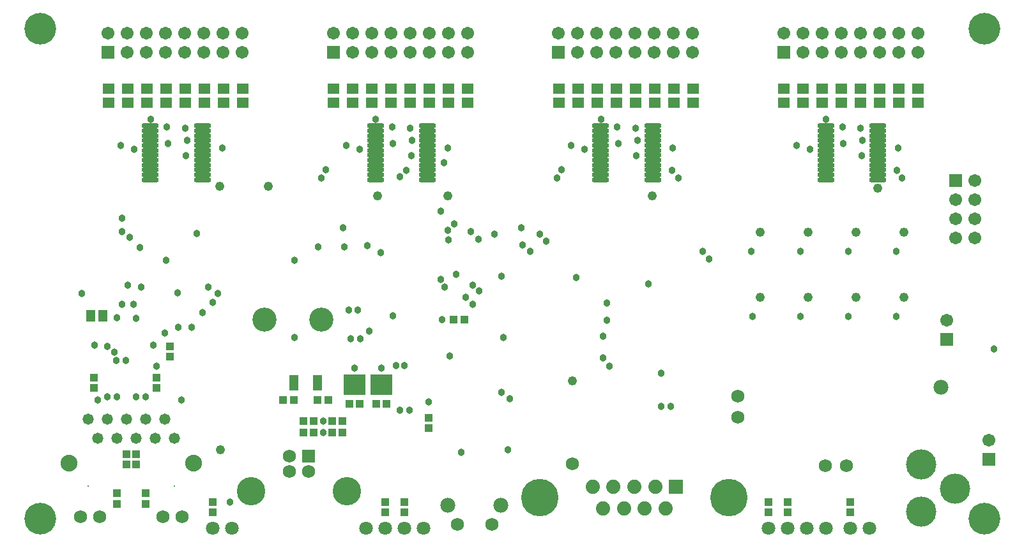
<source format=gbs>
%FSAX24Y24*%
%MOIN*%
G70*
G01*
G75*
G04 Layer_Color=16711935*
%ADD10R,0.0354X0.0315*%
%ADD11R,0.0315X0.0354*%
%ADD12R,0.0906X0.0906*%
%ADD13R,0.0472X0.0551*%
%ADD14O,0.0709X0.0118*%
%ADD15O,0.0118X0.0709*%
%ADD16R,0.0200X0.0591*%
%ADD17R,0.0551X0.0472*%
%ADD18R,0.0866X0.0866*%
%ADD19O,0.0236X0.0866*%
G04:AMPARAMS|DCode=20|XSize=74.8mil|YSize=126mil|CornerRadius=0mil|HoleSize=0mil|Usage=FLASHONLY|Rotation=180.000|XOffset=0mil|YOffset=0mil|HoleType=Round|Shape=Octagon|*
%AMOCTAGOND20*
4,1,8,0.0187,-0.0630,-0.0187,-0.0630,-0.0374,-0.0443,-0.0374,0.0443,-0.0187,0.0630,0.0187,0.0630,0.0374,0.0443,0.0374,-0.0443,0.0187,-0.0630,0.0*
%
%ADD20OCTAGOND20*%

%ADD21R,0.0236X0.0551*%
%ADD22R,0.0236X0.0709*%
%ADD23R,0.0400X0.1000*%
%ADD24R,0.1200X0.1450*%
%ADD25R,0.1000X0.0400*%
%ADD26R,0.0945X0.1220*%
%ADD27R,0.0866X0.0177*%
%ADD28R,0.0800X0.0250*%
%ADD29R,0.0472X0.0118*%
%ADD30R,0.0118X0.0472*%
%ADD31C,0.0100*%
%ADD32C,0.0200*%
%ADD33C,0.0150*%
%ADD34C,0.0250*%
%ADD35R,1.1300X0.1400*%
%ADD36R,0.1300X0.2500*%
%ADD37R,1.2150X0.1400*%
%ADD38R,0.2150X0.2800*%
%ADD39R,0.8800X0.1550*%
%ADD40R,0.1350X0.2500*%
%ADD41R,0.2750X0.0500*%
%ADD42R,0.3850X0.0850*%
%ADD43R,0.2650X0.1350*%
%ADD44R,0.0750X0.1300*%
%ADD45C,0.0300*%
%ADD46C,0.1181*%
%ADD47C,0.0400*%
%ADD48C,0.0600*%
%ADD49C,0.0591*%
%ADD50R,0.0591X0.0591*%
%ADD51C,0.0700*%
%ADD52C,0.0630*%
%ADD53C,0.1500*%
%ADD54R,0.0591X0.0591*%
%ADD55C,0.0800*%
%ADD56C,0.0500*%
%ADD57C,0.1400*%
%ADD58R,0.0600X0.0600*%
%ADD59C,0.1874*%
%ADD60R,0.0665X0.0665*%
%ADD61C,0.0665*%
%ADD62C,0.1575*%
%ADD63R,0.0394X0.0512*%
%ADD64R,0.0394X0.0709*%
%ADD65R,0.1100X0.1000*%
%ADD66O,0.0827X0.0177*%
%ADD67R,0.3750X0.0850*%
%ADD68C,0.0098*%
%ADD69C,0.0236*%
%ADD70C,0.0039*%
%ADD71C,0.0050*%
%ADD72C,0.0079*%
%ADD73C,0.0059*%
%ADD74R,0.0434X0.0395*%
%ADD75R,0.0395X0.0434*%
%ADD76R,0.0986X0.0986*%
%ADD77R,0.0552X0.0631*%
%ADD78O,0.0789X0.0198*%
%ADD79O,0.0198X0.0789*%
%ADD80R,0.0280X0.0671*%
%ADD81R,0.0631X0.0552*%
%ADD82O,0.0316X0.0946*%
G04:AMPARAMS|DCode=83|XSize=82.8mil|YSize=134mil|CornerRadius=0mil|HoleSize=0mil|Usage=FLASHONLY|Rotation=180.000|XOffset=0mil|YOffset=0mil|HoleType=Round|Shape=Octagon|*
%AMOCTAGOND83*
4,1,8,0.0207,-0.0670,-0.0207,-0.0670,-0.0414,-0.0463,-0.0414,0.0463,-0.0207,0.0670,0.0207,0.0670,0.0414,0.0463,0.0414,-0.0463,0.0207,-0.0670,0.0*
%
%ADD83OCTAGOND83*%

%ADD84R,0.0316X0.0631*%
%ADD85R,0.0316X0.0789*%
%ADD86R,0.0480X0.1080*%
%ADD87R,0.1280X0.1530*%
%ADD88R,0.1080X0.0480*%
%ADD89R,0.1025X0.1300*%
%ADD90R,0.0946X0.0257*%
%ADD91R,0.0880X0.0330*%
%ADD92R,0.0552X0.0198*%
%ADD93R,0.0198X0.0552*%
%ADD94C,0.0380*%
%ADD95C,0.1261*%
%ADD96C,0.0480*%
%ADD97C,0.0680*%
%ADD98C,0.0671*%
%ADD99R,0.0671X0.0671*%
%ADD100C,0.0780*%
%ADD101C,0.0710*%
%ADD102C,0.1580*%
%ADD103R,0.0671X0.0671*%
%ADD104C,0.0080*%
%ADD105C,0.0880*%
%ADD106C,0.0580*%
%ADD107C,0.1480*%
%ADD108R,0.0680X0.0680*%
%ADD109C,0.1954*%
%ADD110R,0.0745X0.0745*%
%ADD111C,0.0745*%
%ADD112C,0.1655*%
%ADD113R,0.0474X0.0592*%
%ADD114R,0.0474X0.0789*%
%ADD115R,0.1180X0.1080*%
%ADD116O,0.0907X0.0257*%
D74*
X020550Y024474D02*
D03*
Y025026D02*
D03*
X017300Y024474D02*
D03*
Y025026D02*
D03*
X019500Y020474D02*
D03*
Y021026D02*
D03*
X019000Y020474D02*
D03*
Y021026D02*
D03*
X021277Y026657D02*
D03*
Y026106D02*
D03*
X034750Y022926D02*
D03*
Y022374D02*
D03*
X023500Y018526D02*
D03*
Y017974D02*
D03*
X032500Y018526D02*
D03*
Y017974D02*
D03*
X033500Y018526D02*
D03*
Y017974D02*
D03*
X020000Y018424D02*
D03*
Y018976D02*
D03*
X018500Y018424D02*
D03*
Y018976D02*
D03*
X052500Y018526D02*
D03*
Y017974D02*
D03*
X053500Y018526D02*
D03*
Y017974D02*
D03*
X056750Y018526D02*
D03*
Y017974D02*
D03*
D75*
X027174Y023850D02*
D03*
X027726D02*
D03*
X030624Y023650D02*
D03*
X031176D02*
D03*
X032576Y023650D02*
D03*
X032024D02*
D03*
X029526Y023850D02*
D03*
X028974D02*
D03*
X029724Y022750D02*
D03*
X030276D02*
D03*
X029724Y022150D02*
D03*
X030276D02*
D03*
X028776Y022150D02*
D03*
X028224D02*
D03*
X028776Y022750D02*
D03*
X028224D02*
D03*
X036074Y028050D02*
D03*
X036626D02*
D03*
D81*
X035800Y039396D02*
D03*
Y040104D02*
D03*
X031800Y040104D02*
D03*
Y039396D02*
D03*
X034800Y039396D02*
D03*
Y040104D02*
D03*
X032800Y040104D02*
D03*
Y039396D02*
D03*
X045550Y039396D02*
D03*
Y040104D02*
D03*
X033800Y039396D02*
D03*
Y040104D02*
D03*
X042550Y040104D02*
D03*
Y039396D02*
D03*
X048550Y039396D02*
D03*
Y040104D02*
D03*
X056300Y040104D02*
D03*
Y039396D02*
D03*
X058300Y039396D02*
D03*
Y040104D02*
D03*
X046550Y039396D02*
D03*
Y040104D02*
D03*
X044550Y040104D02*
D03*
Y039396D02*
D03*
X029800Y040104D02*
D03*
Y039396D02*
D03*
X043550Y040104D02*
D03*
Y039396D02*
D03*
X047550Y039396D02*
D03*
Y040104D02*
D03*
X057300Y039396D02*
D03*
Y040104D02*
D03*
X036800Y039396D02*
D03*
Y040104D02*
D03*
X030800Y040104D02*
D03*
Y039396D02*
D03*
X055300Y040104D02*
D03*
Y039396D02*
D03*
X041550Y040104D02*
D03*
Y039396D02*
D03*
X059300Y039396D02*
D03*
Y040104D02*
D03*
X054300Y040104D02*
D03*
Y039396D02*
D03*
X060300Y039396D02*
D03*
Y040104D02*
D03*
X053300Y040104D02*
D03*
Y039396D02*
D03*
X022050Y039396D02*
D03*
Y040104D02*
D03*
X021050Y040104D02*
D03*
Y039396D02*
D03*
X023050Y039396D02*
D03*
Y040104D02*
D03*
X020050Y040104D02*
D03*
Y039396D02*
D03*
X024050Y039396D02*
D03*
Y040104D02*
D03*
X019050Y040104D02*
D03*
Y039396D02*
D03*
X025050Y039396D02*
D03*
Y040104D02*
D03*
X018050Y040104D02*
D03*
Y039396D02*
D03*
D94*
X036100Y033050D02*
D03*
X035750Y032700D02*
D03*
X035800Y032200D02*
D03*
X019150Y032350D02*
D03*
X018750Y032650D02*
D03*
X019050Y029850D02*
D03*
X036950Y032650D02*
D03*
X036200Y030400D02*
D03*
X019700Y031800D02*
D03*
X019750Y029750D02*
D03*
X035400Y030150D02*
D03*
X016650Y029400D02*
D03*
X019350Y028850D02*
D03*
X035600Y029750D02*
D03*
X021050Y031150D02*
D03*
X021650Y029450D02*
D03*
X023250Y029750D02*
D03*
X037350Y032250D02*
D03*
X023750Y029400D02*
D03*
X023500Y028950D02*
D03*
X037050Y029850D02*
D03*
X037400Y029550D02*
D03*
X038550Y030300D02*
D03*
X046900Y025250D02*
D03*
X036700Y029200D02*
D03*
X037050Y028850D02*
D03*
X032250Y031550D02*
D03*
X030350Y031850D02*
D03*
X020550Y025600D02*
D03*
X022950Y028400D02*
D03*
X017326Y026724D02*
D03*
X020400Y026700D02*
D03*
X019500Y028100D02*
D03*
X021000Y027350D02*
D03*
X017500Y023850D02*
D03*
X021850D02*
D03*
X022400Y027650D02*
D03*
X021700D02*
D03*
X018000Y026650D02*
D03*
X018351Y026350D02*
D03*
X020000Y024000D02*
D03*
X019500D02*
D03*
X018450Y025900D02*
D03*
X018950D02*
D03*
X018000Y024000D02*
D03*
X018500D02*
D03*
X018750Y028850D02*
D03*
X031650Y027450D02*
D03*
X030700Y027050D02*
D03*
X031200D02*
D03*
X032300Y025500D02*
D03*
X030900D02*
D03*
X034750Y023750D02*
D03*
X029250Y022750D02*
D03*
Y022150D02*
D03*
X024400Y018500D02*
D03*
X033250Y023300D02*
D03*
X033750D02*
D03*
X039000Y023900D02*
D03*
X038575Y024250D02*
D03*
X044200Y025600D02*
D03*
X043850Y026050D02*
D03*
X049400Y031200D02*
D03*
X049050Y031600D02*
D03*
X040050D02*
D03*
X039650Y031950D02*
D03*
X043878Y027172D02*
D03*
X044050Y028000D02*
D03*
Y028900D02*
D03*
X046228Y029922D02*
D03*
X040900Y032150D02*
D03*
X040550Y032500D02*
D03*
X039600Y032850D02*
D03*
X038200Y032500D02*
D03*
X031550Y031900D02*
D03*
X030300Y032850D02*
D03*
X036481Y021100D02*
D03*
X059208Y035854D02*
D03*
X059458Y035454D02*
D03*
X041450Y035450D02*
D03*
X041700Y035866D02*
D03*
X035550Y036250D02*
D03*
X033600Y035850D02*
D03*
X033250Y035500D02*
D03*
X029150Y035450D02*
D03*
X029400Y035866D02*
D03*
X057400Y037400D02*
D03*
X057350Y036600D02*
D03*
X059250Y037000D02*
D03*
X057300Y038050D02*
D03*
X056350Y038100D02*
D03*
X055500Y038500D02*
D03*
X056400Y037250D02*
D03*
X054650Y036950D02*
D03*
X053950Y037150D02*
D03*
X045650Y037400D02*
D03*
X045600Y036600D02*
D03*
X047500Y037000D02*
D03*
X045550Y038050D02*
D03*
X044600Y038100D02*
D03*
X043750Y038500D02*
D03*
X044650Y037250D02*
D03*
X042900Y036950D02*
D03*
X042200Y037150D02*
D03*
X033900Y037400D02*
D03*
X033850Y036600D02*
D03*
X035750Y037000D02*
D03*
X033800Y038050D02*
D03*
X032850Y038100D02*
D03*
X032000Y038500D02*
D03*
X032900Y037250D02*
D03*
X031150Y036950D02*
D03*
X030450Y037150D02*
D03*
X022150Y037400D02*
D03*
X022100Y036600D02*
D03*
X024000Y037000D02*
D03*
X022050Y038050D02*
D03*
X021100Y038100D02*
D03*
X020250Y038500D02*
D03*
X021150Y037250D02*
D03*
X019400Y036950D02*
D03*
X018700Y037150D02*
D03*
X047450Y035850D02*
D03*
X047787Y035450D02*
D03*
X035450Y028050D02*
D03*
X046900Y023500D02*
D03*
X047400D02*
D03*
X064250Y026500D02*
D03*
X051650Y028200D02*
D03*
X054150D02*
D03*
X056650D02*
D03*
X059150D02*
D03*
Y031600D02*
D03*
X056650D02*
D03*
X054150D02*
D03*
X051600D02*
D03*
X018750Y033350D02*
D03*
X022650Y032550D02*
D03*
X018500Y028150D02*
D03*
X035850Y026150D02*
D03*
X038900Y021250D02*
D03*
X042450Y030250D02*
D03*
X038650Y027100D02*
D03*
X032900Y028259D02*
D03*
X029000Y031850D02*
D03*
X035400Y033700D02*
D03*
X033050Y025650D02*
D03*
X033500D02*
D03*
X031050Y028550D02*
D03*
X030600D02*
D03*
X027750Y027100D02*
D03*
Y031150D02*
D03*
D95*
X029158Y028050D02*
D03*
X026205D02*
D03*
D96*
X023900Y021250D02*
D03*
X058208Y034904D02*
D03*
X046438Y034500D02*
D03*
X035763D02*
D03*
X032100D02*
D03*
X026400Y035000D02*
D03*
X023850D02*
D03*
X042250Y024844D02*
D03*
X052050Y032600D02*
D03*
X054550D02*
D03*
X057050D02*
D03*
X059550D02*
D03*
X052050Y029200D02*
D03*
X054550D02*
D03*
X057050D02*
D03*
X059550D02*
D03*
D97*
X042250Y020500D02*
D03*
X050900Y022950D02*
D03*
Y024050D02*
D03*
X055450Y020400D02*
D03*
X056550D02*
D03*
X016600Y017750D02*
D03*
X017600D02*
D03*
X021900D02*
D03*
X020900D02*
D03*
X027500Y020925D02*
D03*
Y020125D02*
D03*
X028500D02*
D03*
X038075Y017350D02*
D03*
X036275D02*
D03*
D98*
X063250Y032310D02*
D03*
X062250D02*
D03*
X063250Y033310D02*
D03*
X062250D02*
D03*
X063250Y034310D02*
D03*
X062250D02*
D03*
X063250Y035310D02*
D03*
X061800Y028000D02*
D03*
X064000Y021750D02*
D03*
X025040Y043000D02*
D03*
Y042000D02*
D03*
X024040Y043000D02*
D03*
Y042000D02*
D03*
X023040Y043000D02*
D03*
Y042000D02*
D03*
X022040Y043000D02*
D03*
Y042000D02*
D03*
X021040Y043000D02*
D03*
Y042000D02*
D03*
X020040Y043000D02*
D03*
Y042000D02*
D03*
X019040Y043000D02*
D03*
Y042000D02*
D03*
X018040Y043000D02*
D03*
X036790D02*
D03*
Y042000D02*
D03*
X035790Y043000D02*
D03*
Y042000D02*
D03*
X034790Y043000D02*
D03*
Y042000D02*
D03*
X033790Y043000D02*
D03*
Y042000D02*
D03*
X032790Y043000D02*
D03*
Y042000D02*
D03*
X031790Y043000D02*
D03*
Y042000D02*
D03*
X030790Y043000D02*
D03*
Y042000D02*
D03*
X029790Y043000D02*
D03*
X048540D02*
D03*
Y042000D02*
D03*
X047540Y043000D02*
D03*
Y042000D02*
D03*
X046540Y043000D02*
D03*
Y042000D02*
D03*
X045540Y043000D02*
D03*
Y042000D02*
D03*
X044540Y043000D02*
D03*
Y042000D02*
D03*
X043540Y043000D02*
D03*
Y042000D02*
D03*
X042540Y043000D02*
D03*
Y042000D02*
D03*
X041540Y043000D02*
D03*
X060290D02*
D03*
Y042000D02*
D03*
X059290Y043000D02*
D03*
Y042000D02*
D03*
X058290Y043000D02*
D03*
Y042000D02*
D03*
X057290Y043000D02*
D03*
Y042000D02*
D03*
X056290Y043000D02*
D03*
Y042000D02*
D03*
X055290Y043000D02*
D03*
Y042000D02*
D03*
X054290Y043000D02*
D03*
Y042000D02*
D03*
X053290Y043000D02*
D03*
D99*
X062250Y035310D02*
D03*
X061800Y027000D02*
D03*
X064000Y020750D02*
D03*
D100*
X061500Y024500D02*
D03*
X038525Y018350D02*
D03*
X035775D02*
D03*
D101*
X052500Y017150D02*
D03*
X053500D02*
D03*
X054500D02*
D03*
X055500D02*
D03*
X056750D02*
D03*
X057750D02*
D03*
X023500D02*
D03*
X024500D02*
D03*
X031500D02*
D03*
X032500D02*
D03*
X033500D02*
D03*
X034500D02*
D03*
D102*
X060475Y020475D02*
D03*
X062225Y019225D02*
D03*
X060475Y018025D02*
D03*
D103*
X018040Y042000D02*
D03*
X029790D02*
D03*
X041540D02*
D03*
X053290D02*
D03*
D104*
X017000Y019350D02*
D03*
X021500D02*
D03*
D105*
X016000Y020550D02*
D03*
X022500D02*
D03*
D106*
X021500Y021850D02*
D03*
X020500D02*
D03*
X019500D02*
D03*
X021000Y022850D02*
D03*
X020000D02*
D03*
X019000D02*
D03*
X018500Y021850D02*
D03*
X018000Y022850D02*
D03*
X017500Y021850D02*
D03*
X017000Y022850D02*
D03*
D107*
X025500Y019075D02*
D03*
X030500D02*
D03*
D108*
X028500Y020925D02*
D03*
D109*
X040581Y018740D02*
D03*
X050419D02*
D03*
D110*
X047681Y019299D02*
D03*
D111*
X047136Y018181D02*
D03*
X046591Y019299D02*
D03*
X046045Y018181D02*
D03*
X045500Y019299D02*
D03*
X044955Y018181D02*
D03*
X044409Y019299D02*
D03*
X043864Y018181D02*
D03*
X043319Y019299D02*
D03*
D112*
X063750Y043250D02*
D03*
Y017650D02*
D03*
X014500D02*
D03*
Y043250D02*
D03*
D113*
X017135Y028250D02*
D03*
X017765D02*
D03*
D114*
X027720Y024758D02*
D03*
X028980D02*
D03*
D115*
X032300Y024650D02*
D03*
X030900D02*
D03*
D116*
X022958Y037400D02*
D03*
Y037656D02*
D03*
Y037911D02*
D03*
Y038167D02*
D03*
X020242D02*
D03*
Y037911D02*
D03*
Y037656D02*
D03*
Y037400D02*
D03*
X020242Y035354D02*
D03*
Y035610D02*
D03*
Y035866D02*
D03*
Y036122D02*
D03*
Y036378D02*
D03*
Y036634D02*
D03*
Y036890D02*
D03*
Y037146D02*
D03*
X022958Y035354D02*
D03*
Y035610D02*
D03*
Y035866D02*
D03*
Y036122D02*
D03*
Y036378D02*
D03*
Y036634D02*
D03*
Y036890D02*
D03*
Y037146D02*
D03*
X034708Y037400D02*
D03*
Y037656D02*
D03*
Y037911D02*
D03*
Y038167D02*
D03*
X031992D02*
D03*
Y037911D02*
D03*
Y037656D02*
D03*
Y037400D02*
D03*
X031992Y035354D02*
D03*
Y035610D02*
D03*
Y035866D02*
D03*
Y036122D02*
D03*
Y036378D02*
D03*
Y036634D02*
D03*
Y036890D02*
D03*
Y037146D02*
D03*
X034708Y035354D02*
D03*
Y035610D02*
D03*
Y035866D02*
D03*
Y036122D02*
D03*
Y036378D02*
D03*
Y036634D02*
D03*
Y036890D02*
D03*
Y037146D02*
D03*
X046458Y037400D02*
D03*
Y037656D02*
D03*
Y037911D02*
D03*
Y038167D02*
D03*
X043742D02*
D03*
Y037911D02*
D03*
Y037656D02*
D03*
Y037400D02*
D03*
X043742Y035354D02*
D03*
Y035610D02*
D03*
Y035866D02*
D03*
Y036122D02*
D03*
Y036378D02*
D03*
Y036634D02*
D03*
Y036890D02*
D03*
Y037146D02*
D03*
X046458Y035354D02*
D03*
Y035610D02*
D03*
Y035866D02*
D03*
Y036122D02*
D03*
Y036378D02*
D03*
Y036634D02*
D03*
Y036890D02*
D03*
Y037146D02*
D03*
X058208Y037400D02*
D03*
Y037656D02*
D03*
Y037911D02*
D03*
Y038167D02*
D03*
X055492D02*
D03*
Y037911D02*
D03*
Y037656D02*
D03*
Y037400D02*
D03*
X055492Y035354D02*
D03*
Y035610D02*
D03*
Y035866D02*
D03*
Y036122D02*
D03*
Y036378D02*
D03*
Y036634D02*
D03*
Y036890D02*
D03*
Y037146D02*
D03*
X058208Y035354D02*
D03*
Y035610D02*
D03*
Y035866D02*
D03*
Y036122D02*
D03*
Y036378D02*
D03*
Y036634D02*
D03*
Y036890D02*
D03*
Y037146D02*
D03*
M02*

</source>
